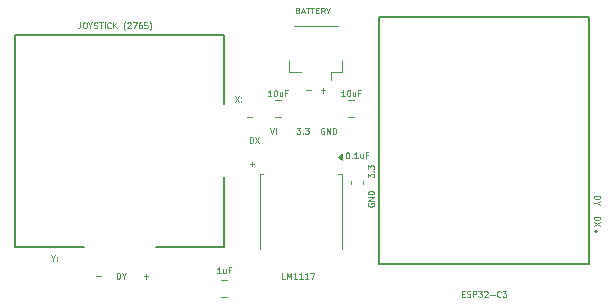
<source format=gto>
%TF.GenerationSoftware,KiCad,Pcbnew,8.0.2-1*%
%TF.CreationDate,2024-05-20T16:42:59-04:00*%
%TF.ProjectId,humep1,68756d65-7031-42e6-9b69-6361645f7063,rev?*%
%TF.SameCoordinates,Original*%
%TF.FileFunction,Legend,Top*%
%TF.FilePolarity,Positive*%
%FSLAX46Y46*%
G04 Gerber Fmt 4.6, Leading zero omitted, Abs format (unit mm)*
G04 Created by KiCad (PCBNEW 8.0.2-1) date 2024-05-20 16:42:59*
%MOMM*%
%LPD*%
G01*
G04 APERTURE LIST*
%ADD10C,0.100000*%
%ADD11C,0.120000*%
%ADD12C,0.127000*%
%ADD13C,0.200000*%
G04 APERTURE END LIST*
D10*
X86816390Y-68684836D02*
X87316390Y-68684836D01*
X87316390Y-68684836D02*
X87316390Y-68803884D01*
X87316390Y-68803884D02*
X87292580Y-68875312D01*
X87292580Y-68875312D02*
X87244961Y-68922931D01*
X87244961Y-68922931D02*
X87197342Y-68946741D01*
X87197342Y-68946741D02*
X87102104Y-68970550D01*
X87102104Y-68970550D02*
X87030676Y-68970550D01*
X87030676Y-68970550D02*
X86935438Y-68946741D01*
X86935438Y-68946741D02*
X86887819Y-68922931D01*
X86887819Y-68922931D02*
X86840200Y-68875312D01*
X86840200Y-68875312D02*
X86816390Y-68803884D01*
X86816390Y-68803884D02*
X86816390Y-68684836D01*
X87054485Y-69280074D02*
X86816390Y-69280074D01*
X87316390Y-69113408D02*
X87054485Y-69280074D01*
X87054485Y-69280074D02*
X87316390Y-69446741D01*
X86816390Y-70434836D02*
X87316390Y-70434836D01*
X87316390Y-70434836D02*
X87316390Y-70553884D01*
X87316390Y-70553884D02*
X87292580Y-70625312D01*
X87292580Y-70625312D02*
X87244961Y-70672931D01*
X87244961Y-70672931D02*
X87197342Y-70696741D01*
X87197342Y-70696741D02*
X87102104Y-70720550D01*
X87102104Y-70720550D02*
X87030676Y-70720550D01*
X87030676Y-70720550D02*
X86935438Y-70696741D01*
X86935438Y-70696741D02*
X86887819Y-70672931D01*
X86887819Y-70672931D02*
X86840200Y-70625312D01*
X86840200Y-70625312D02*
X86816390Y-70553884D01*
X86816390Y-70553884D02*
X86816390Y-70434836D01*
X87316390Y-70887217D02*
X86816390Y-71220550D01*
X87316390Y-71220550D02*
X86816390Y-70887217D01*
X67707419Y-69303258D02*
X67683609Y-69350877D01*
X67683609Y-69350877D02*
X67683609Y-69422306D01*
X67683609Y-69422306D02*
X67707419Y-69493734D01*
X67707419Y-69493734D02*
X67755038Y-69541353D01*
X67755038Y-69541353D02*
X67802657Y-69565163D01*
X67802657Y-69565163D02*
X67897895Y-69588972D01*
X67897895Y-69588972D02*
X67969323Y-69588972D01*
X67969323Y-69588972D02*
X68064561Y-69565163D01*
X68064561Y-69565163D02*
X68112180Y-69541353D01*
X68112180Y-69541353D02*
X68159800Y-69493734D01*
X68159800Y-69493734D02*
X68183609Y-69422306D01*
X68183609Y-69422306D02*
X68183609Y-69374687D01*
X68183609Y-69374687D02*
X68159800Y-69303258D01*
X68159800Y-69303258D02*
X68135990Y-69279449D01*
X68135990Y-69279449D02*
X67969323Y-69279449D01*
X67969323Y-69279449D02*
X67969323Y-69374687D01*
X68183609Y-69065163D02*
X67683609Y-69065163D01*
X67683609Y-69065163D02*
X68183609Y-68779449D01*
X68183609Y-68779449D02*
X67683609Y-68779449D01*
X68183609Y-68541353D02*
X67683609Y-68541353D01*
X67683609Y-68541353D02*
X67683609Y-68422305D01*
X67683609Y-68422305D02*
X67707419Y-68350877D01*
X67707419Y-68350877D02*
X67755038Y-68303258D01*
X67755038Y-68303258D02*
X67802657Y-68279448D01*
X67802657Y-68279448D02*
X67897895Y-68255639D01*
X67897895Y-68255639D02*
X67969323Y-68255639D01*
X67969323Y-68255639D02*
X68064561Y-68279448D01*
X68064561Y-68279448D02*
X68112180Y-68303258D01*
X68112180Y-68303258D02*
X68159800Y-68350877D01*
X68159800Y-68350877D02*
X68183609Y-68422305D01*
X68183609Y-68422305D02*
X68183609Y-68541353D01*
X67683609Y-67112782D02*
X67683609Y-66803258D01*
X67683609Y-66803258D02*
X67874085Y-66969925D01*
X67874085Y-66969925D02*
X67874085Y-66898496D01*
X67874085Y-66898496D02*
X67897895Y-66850877D01*
X67897895Y-66850877D02*
X67921704Y-66827068D01*
X67921704Y-66827068D02*
X67969323Y-66803258D01*
X67969323Y-66803258D02*
X68088371Y-66803258D01*
X68088371Y-66803258D02*
X68135990Y-66827068D01*
X68135990Y-66827068D02*
X68159800Y-66850877D01*
X68159800Y-66850877D02*
X68183609Y-66898496D01*
X68183609Y-66898496D02*
X68183609Y-67041353D01*
X68183609Y-67041353D02*
X68159800Y-67088972D01*
X68159800Y-67088972D02*
X68135990Y-67112782D01*
X68135990Y-66588973D02*
X68159800Y-66565163D01*
X68159800Y-66565163D02*
X68183609Y-66588973D01*
X68183609Y-66588973D02*
X68159800Y-66612782D01*
X68159800Y-66612782D02*
X68135990Y-66588973D01*
X68135990Y-66588973D02*
X68183609Y-66588973D01*
X67683609Y-66398497D02*
X67683609Y-66088973D01*
X67683609Y-66088973D02*
X67874085Y-66255640D01*
X67874085Y-66255640D02*
X67874085Y-66184211D01*
X67874085Y-66184211D02*
X67897895Y-66136592D01*
X67897895Y-66136592D02*
X67921704Y-66112783D01*
X67921704Y-66112783D02*
X67969323Y-66088973D01*
X67969323Y-66088973D02*
X68088371Y-66088973D01*
X68088371Y-66088973D02*
X68135990Y-66112783D01*
X68135990Y-66112783D02*
X68159800Y-66136592D01*
X68159800Y-66136592D02*
X68183609Y-66184211D01*
X68183609Y-66184211D02*
X68183609Y-66327068D01*
X68183609Y-66327068D02*
X68159800Y-66374687D01*
X68159800Y-66374687D02*
X68135990Y-66398497D01*
X63684836Y-59743133D02*
X64065789Y-59743133D01*
X63875312Y-59933609D02*
X63875312Y-59552657D01*
X62434836Y-59743133D02*
X62815789Y-59743133D01*
X46434836Y-75683609D02*
X46434836Y-75183609D01*
X46434836Y-75183609D02*
X46553884Y-75183609D01*
X46553884Y-75183609D02*
X46625312Y-75207419D01*
X46625312Y-75207419D02*
X46672931Y-75255038D01*
X46672931Y-75255038D02*
X46696741Y-75302657D01*
X46696741Y-75302657D02*
X46720550Y-75397895D01*
X46720550Y-75397895D02*
X46720550Y-75469323D01*
X46720550Y-75469323D02*
X46696741Y-75564561D01*
X46696741Y-75564561D02*
X46672931Y-75612180D01*
X46672931Y-75612180D02*
X46625312Y-75659800D01*
X46625312Y-75659800D02*
X46553884Y-75683609D01*
X46553884Y-75683609D02*
X46434836Y-75683609D01*
X47030074Y-75445514D02*
X47030074Y-75683609D01*
X46863408Y-75183609D02*
X47030074Y-75445514D01*
X47030074Y-75445514D02*
X47196741Y-75183609D01*
X57684836Y-64183609D02*
X57684836Y-63683609D01*
X57684836Y-63683609D02*
X57803884Y-63683609D01*
X57803884Y-63683609D02*
X57875312Y-63707419D01*
X57875312Y-63707419D02*
X57922931Y-63755038D01*
X57922931Y-63755038D02*
X57946741Y-63802657D01*
X57946741Y-63802657D02*
X57970550Y-63897895D01*
X57970550Y-63897895D02*
X57970550Y-63969323D01*
X57970550Y-63969323D02*
X57946741Y-64064561D01*
X57946741Y-64064561D02*
X57922931Y-64112180D01*
X57922931Y-64112180D02*
X57875312Y-64159800D01*
X57875312Y-64159800D02*
X57803884Y-64183609D01*
X57803884Y-64183609D02*
X57684836Y-64183609D01*
X58137217Y-63683609D02*
X58470550Y-64183609D01*
X58470550Y-63683609D02*
X58137217Y-64183609D01*
X63946741Y-62957419D02*
X63899122Y-62933609D01*
X63899122Y-62933609D02*
X63827693Y-62933609D01*
X63827693Y-62933609D02*
X63756265Y-62957419D01*
X63756265Y-62957419D02*
X63708646Y-63005038D01*
X63708646Y-63005038D02*
X63684836Y-63052657D01*
X63684836Y-63052657D02*
X63661027Y-63147895D01*
X63661027Y-63147895D02*
X63661027Y-63219323D01*
X63661027Y-63219323D02*
X63684836Y-63314561D01*
X63684836Y-63314561D02*
X63708646Y-63362180D01*
X63708646Y-63362180D02*
X63756265Y-63409800D01*
X63756265Y-63409800D02*
X63827693Y-63433609D01*
X63827693Y-63433609D02*
X63875312Y-63433609D01*
X63875312Y-63433609D02*
X63946741Y-63409800D01*
X63946741Y-63409800D02*
X63970550Y-63385990D01*
X63970550Y-63385990D02*
X63970550Y-63219323D01*
X63970550Y-63219323D02*
X63875312Y-63219323D01*
X64184836Y-63433609D02*
X64184836Y-62933609D01*
X64184836Y-62933609D02*
X64470550Y-63433609D01*
X64470550Y-63433609D02*
X64470550Y-62933609D01*
X64708646Y-63433609D02*
X64708646Y-62933609D01*
X64708646Y-62933609D02*
X64827694Y-62933609D01*
X64827694Y-62933609D02*
X64899122Y-62957419D01*
X64899122Y-62957419D02*
X64946741Y-63005038D01*
X64946741Y-63005038D02*
X64970551Y-63052657D01*
X64970551Y-63052657D02*
X64994360Y-63147895D01*
X64994360Y-63147895D02*
X64994360Y-63219323D01*
X64994360Y-63219323D02*
X64970551Y-63314561D01*
X64970551Y-63314561D02*
X64946741Y-63362180D01*
X64946741Y-63362180D02*
X64899122Y-63409800D01*
X64899122Y-63409800D02*
X64827694Y-63433609D01*
X64827694Y-63433609D02*
X64708646Y-63433609D01*
X61637217Y-62933609D02*
X61946741Y-62933609D01*
X61946741Y-62933609D02*
X61780074Y-63124085D01*
X61780074Y-63124085D02*
X61851503Y-63124085D01*
X61851503Y-63124085D02*
X61899122Y-63147895D01*
X61899122Y-63147895D02*
X61922931Y-63171704D01*
X61922931Y-63171704D02*
X61946741Y-63219323D01*
X61946741Y-63219323D02*
X61946741Y-63338371D01*
X61946741Y-63338371D02*
X61922931Y-63385990D01*
X61922931Y-63385990D02*
X61899122Y-63409800D01*
X61899122Y-63409800D02*
X61851503Y-63433609D01*
X61851503Y-63433609D02*
X61708646Y-63433609D01*
X61708646Y-63433609D02*
X61661027Y-63409800D01*
X61661027Y-63409800D02*
X61637217Y-63385990D01*
X62161026Y-63385990D02*
X62184836Y-63409800D01*
X62184836Y-63409800D02*
X62161026Y-63433609D01*
X62161026Y-63433609D02*
X62137217Y-63409800D01*
X62137217Y-63409800D02*
X62161026Y-63385990D01*
X62161026Y-63385990D02*
X62161026Y-63433609D01*
X62351502Y-62933609D02*
X62661026Y-62933609D01*
X62661026Y-62933609D02*
X62494359Y-63124085D01*
X62494359Y-63124085D02*
X62565788Y-63124085D01*
X62565788Y-63124085D02*
X62613407Y-63147895D01*
X62613407Y-63147895D02*
X62637216Y-63171704D01*
X62637216Y-63171704D02*
X62661026Y-63219323D01*
X62661026Y-63219323D02*
X62661026Y-63338371D01*
X62661026Y-63338371D02*
X62637216Y-63385990D01*
X62637216Y-63385990D02*
X62613407Y-63409800D01*
X62613407Y-63409800D02*
X62565788Y-63433609D01*
X62565788Y-63433609D02*
X62422931Y-63433609D01*
X62422931Y-63433609D02*
X62375312Y-63409800D01*
X62375312Y-63409800D02*
X62351502Y-63385990D01*
X59363408Y-62933609D02*
X59530074Y-63433609D01*
X59530074Y-63433609D02*
X59696741Y-62933609D01*
X59863407Y-63433609D02*
X59863407Y-62933609D01*
X60672931Y-75683609D02*
X60434836Y-75683609D01*
X60434836Y-75683609D02*
X60434836Y-75183609D01*
X60839598Y-75683609D02*
X60839598Y-75183609D01*
X60839598Y-75183609D02*
X61006265Y-75540752D01*
X61006265Y-75540752D02*
X61172931Y-75183609D01*
X61172931Y-75183609D02*
X61172931Y-75683609D01*
X61672932Y-75683609D02*
X61387218Y-75683609D01*
X61530075Y-75683609D02*
X61530075Y-75183609D01*
X61530075Y-75183609D02*
X61482456Y-75255038D01*
X61482456Y-75255038D02*
X61434837Y-75302657D01*
X61434837Y-75302657D02*
X61387218Y-75326466D01*
X62149122Y-75683609D02*
X61863408Y-75683609D01*
X62006265Y-75683609D02*
X62006265Y-75183609D01*
X62006265Y-75183609D02*
X61958646Y-75255038D01*
X61958646Y-75255038D02*
X61911027Y-75302657D01*
X61911027Y-75302657D02*
X61863408Y-75326466D01*
X62625312Y-75683609D02*
X62339598Y-75683609D01*
X62482455Y-75683609D02*
X62482455Y-75183609D01*
X62482455Y-75183609D02*
X62434836Y-75255038D01*
X62434836Y-75255038D02*
X62387217Y-75302657D01*
X62387217Y-75302657D02*
X62339598Y-75326466D01*
X62791978Y-75183609D02*
X63125311Y-75183609D01*
X63125311Y-75183609D02*
X62911026Y-75683609D01*
X57434836Y-61993133D02*
X57815789Y-61993133D01*
X57684836Y-65993133D02*
X58065789Y-65993133D01*
X57875312Y-66183609D02*
X57875312Y-65802657D01*
X56387217Y-60183609D02*
X56720550Y-60683609D01*
X56720550Y-60183609D02*
X56387217Y-60683609D01*
X56911026Y-60635990D02*
X56934836Y-60659800D01*
X56934836Y-60659800D02*
X56911026Y-60683609D01*
X56911026Y-60683609D02*
X56887217Y-60659800D01*
X56887217Y-60659800D02*
X56911026Y-60635990D01*
X56911026Y-60635990D02*
X56911026Y-60683609D01*
X56911026Y-60374085D02*
X56934836Y-60397895D01*
X56934836Y-60397895D02*
X56911026Y-60421704D01*
X56911026Y-60421704D02*
X56887217Y-60397895D01*
X56887217Y-60397895D02*
X56911026Y-60374085D01*
X56911026Y-60374085D02*
X56911026Y-60421704D01*
X48684836Y-75493133D02*
X49065789Y-75493133D01*
X48875312Y-75683609D02*
X48875312Y-75302657D01*
X44684836Y-75493133D02*
X45065789Y-75493133D01*
X41030074Y-73945514D02*
X41030074Y-74183609D01*
X40863408Y-73683609D02*
X41030074Y-73945514D01*
X41030074Y-73945514D02*
X41196741Y-73683609D01*
X41363407Y-74135990D02*
X41387217Y-74159800D01*
X41387217Y-74159800D02*
X41363407Y-74183609D01*
X41363407Y-74183609D02*
X41339598Y-74159800D01*
X41339598Y-74159800D02*
X41363407Y-74135990D01*
X41363407Y-74135990D02*
X41363407Y-74183609D01*
X41363407Y-73874085D02*
X41387217Y-73897895D01*
X41387217Y-73897895D02*
X41363407Y-73921704D01*
X41363407Y-73921704D02*
X41339598Y-73897895D01*
X41339598Y-73897895D02*
X41363407Y-73874085D01*
X41363407Y-73874085D02*
X41363407Y-73921704D01*
X55202381Y-75226109D02*
X54916667Y-75226109D01*
X55059524Y-75226109D02*
X55059524Y-74726109D01*
X55059524Y-74726109D02*
X55011905Y-74797538D01*
X55011905Y-74797538D02*
X54964286Y-74845157D01*
X54964286Y-74845157D02*
X54916667Y-74868966D01*
X55630952Y-74892776D02*
X55630952Y-75226109D01*
X55416666Y-74892776D02*
X55416666Y-75154680D01*
X55416666Y-75154680D02*
X55440476Y-75202300D01*
X55440476Y-75202300D02*
X55488095Y-75226109D01*
X55488095Y-75226109D02*
X55559523Y-75226109D01*
X55559523Y-75226109D02*
X55607142Y-75202300D01*
X55607142Y-75202300D02*
X55630952Y-75178490D01*
X56035714Y-74964204D02*
X55869047Y-74964204D01*
X55869047Y-75226109D02*
X55869047Y-74726109D01*
X55869047Y-74726109D02*
X56107142Y-74726109D01*
X61750001Y-52964204D02*
X61821429Y-52988014D01*
X61821429Y-52988014D02*
X61845239Y-53011823D01*
X61845239Y-53011823D02*
X61869048Y-53059442D01*
X61869048Y-53059442D02*
X61869048Y-53130871D01*
X61869048Y-53130871D02*
X61845239Y-53178490D01*
X61845239Y-53178490D02*
X61821429Y-53202300D01*
X61821429Y-53202300D02*
X61773810Y-53226109D01*
X61773810Y-53226109D02*
X61583334Y-53226109D01*
X61583334Y-53226109D02*
X61583334Y-52726109D01*
X61583334Y-52726109D02*
X61750001Y-52726109D01*
X61750001Y-52726109D02*
X61797620Y-52749919D01*
X61797620Y-52749919D02*
X61821429Y-52773728D01*
X61821429Y-52773728D02*
X61845239Y-52821347D01*
X61845239Y-52821347D02*
X61845239Y-52868966D01*
X61845239Y-52868966D02*
X61821429Y-52916585D01*
X61821429Y-52916585D02*
X61797620Y-52940395D01*
X61797620Y-52940395D02*
X61750001Y-52964204D01*
X61750001Y-52964204D02*
X61583334Y-52964204D01*
X62059525Y-53083252D02*
X62297620Y-53083252D01*
X62011906Y-53226109D02*
X62178572Y-52726109D01*
X62178572Y-52726109D02*
X62345239Y-53226109D01*
X62440477Y-52726109D02*
X62726191Y-52726109D01*
X62583334Y-53226109D02*
X62583334Y-52726109D01*
X62821429Y-52726109D02*
X63107143Y-52726109D01*
X62964286Y-53226109D02*
X62964286Y-52726109D01*
X63273809Y-52964204D02*
X63440476Y-52964204D01*
X63511904Y-53226109D02*
X63273809Y-53226109D01*
X63273809Y-53226109D02*
X63273809Y-52726109D01*
X63273809Y-52726109D02*
X63511904Y-52726109D01*
X64011904Y-53226109D02*
X63845238Y-52988014D01*
X63726190Y-53226109D02*
X63726190Y-52726109D01*
X63726190Y-52726109D02*
X63916666Y-52726109D01*
X63916666Y-52726109D02*
X63964285Y-52749919D01*
X63964285Y-52749919D02*
X63988095Y-52773728D01*
X63988095Y-52773728D02*
X64011904Y-52821347D01*
X64011904Y-52821347D02*
X64011904Y-52892776D01*
X64011904Y-52892776D02*
X63988095Y-52940395D01*
X63988095Y-52940395D02*
X63964285Y-52964204D01*
X63964285Y-52964204D02*
X63916666Y-52988014D01*
X63916666Y-52988014D02*
X63726190Y-52988014D01*
X64321428Y-52988014D02*
X64321428Y-53226109D01*
X64154762Y-52726109D02*
X64321428Y-52988014D01*
X64321428Y-52988014D02*
X64488095Y-52726109D01*
X59501786Y-60226109D02*
X59216072Y-60226109D01*
X59358929Y-60226109D02*
X59358929Y-59726109D01*
X59358929Y-59726109D02*
X59311310Y-59797538D01*
X59311310Y-59797538D02*
X59263691Y-59845157D01*
X59263691Y-59845157D02*
X59216072Y-59868966D01*
X59811309Y-59726109D02*
X59858928Y-59726109D01*
X59858928Y-59726109D02*
X59906547Y-59749919D01*
X59906547Y-59749919D02*
X59930357Y-59773728D01*
X59930357Y-59773728D02*
X59954166Y-59821347D01*
X59954166Y-59821347D02*
X59977976Y-59916585D01*
X59977976Y-59916585D02*
X59977976Y-60035633D01*
X59977976Y-60035633D02*
X59954166Y-60130871D01*
X59954166Y-60130871D02*
X59930357Y-60178490D01*
X59930357Y-60178490D02*
X59906547Y-60202300D01*
X59906547Y-60202300D02*
X59858928Y-60226109D01*
X59858928Y-60226109D02*
X59811309Y-60226109D01*
X59811309Y-60226109D02*
X59763690Y-60202300D01*
X59763690Y-60202300D02*
X59739881Y-60178490D01*
X59739881Y-60178490D02*
X59716071Y-60130871D01*
X59716071Y-60130871D02*
X59692262Y-60035633D01*
X59692262Y-60035633D02*
X59692262Y-59916585D01*
X59692262Y-59916585D02*
X59716071Y-59821347D01*
X59716071Y-59821347D02*
X59739881Y-59773728D01*
X59739881Y-59773728D02*
X59763690Y-59749919D01*
X59763690Y-59749919D02*
X59811309Y-59726109D01*
X60406547Y-59892776D02*
X60406547Y-60226109D01*
X60192261Y-59892776D02*
X60192261Y-60154680D01*
X60192261Y-60154680D02*
X60216071Y-60202300D01*
X60216071Y-60202300D02*
X60263690Y-60226109D01*
X60263690Y-60226109D02*
X60335118Y-60226109D01*
X60335118Y-60226109D02*
X60382737Y-60202300D01*
X60382737Y-60202300D02*
X60406547Y-60178490D01*
X60811309Y-59964204D02*
X60644642Y-59964204D01*
X60644642Y-60226109D02*
X60644642Y-59726109D01*
X60644642Y-59726109D02*
X60882737Y-59726109D01*
X65928572Y-64976109D02*
X65976191Y-64976109D01*
X65976191Y-64976109D02*
X66023810Y-64999919D01*
X66023810Y-64999919D02*
X66047620Y-65023728D01*
X66047620Y-65023728D02*
X66071429Y-65071347D01*
X66071429Y-65071347D02*
X66095239Y-65166585D01*
X66095239Y-65166585D02*
X66095239Y-65285633D01*
X66095239Y-65285633D02*
X66071429Y-65380871D01*
X66071429Y-65380871D02*
X66047620Y-65428490D01*
X66047620Y-65428490D02*
X66023810Y-65452300D01*
X66023810Y-65452300D02*
X65976191Y-65476109D01*
X65976191Y-65476109D02*
X65928572Y-65476109D01*
X65928572Y-65476109D02*
X65880953Y-65452300D01*
X65880953Y-65452300D02*
X65857144Y-65428490D01*
X65857144Y-65428490D02*
X65833334Y-65380871D01*
X65833334Y-65380871D02*
X65809525Y-65285633D01*
X65809525Y-65285633D02*
X65809525Y-65166585D01*
X65809525Y-65166585D02*
X65833334Y-65071347D01*
X65833334Y-65071347D02*
X65857144Y-65023728D01*
X65857144Y-65023728D02*
X65880953Y-64999919D01*
X65880953Y-64999919D02*
X65928572Y-64976109D01*
X66309524Y-65428490D02*
X66333334Y-65452300D01*
X66333334Y-65452300D02*
X66309524Y-65476109D01*
X66309524Y-65476109D02*
X66285715Y-65452300D01*
X66285715Y-65452300D02*
X66309524Y-65428490D01*
X66309524Y-65428490D02*
X66309524Y-65476109D01*
X66809524Y-65476109D02*
X66523810Y-65476109D01*
X66666667Y-65476109D02*
X66666667Y-64976109D01*
X66666667Y-64976109D02*
X66619048Y-65047538D01*
X66619048Y-65047538D02*
X66571429Y-65095157D01*
X66571429Y-65095157D02*
X66523810Y-65118966D01*
X67238095Y-65142776D02*
X67238095Y-65476109D01*
X67023809Y-65142776D02*
X67023809Y-65404680D01*
X67023809Y-65404680D02*
X67047619Y-65452300D01*
X67047619Y-65452300D02*
X67095238Y-65476109D01*
X67095238Y-65476109D02*
X67166666Y-65476109D01*
X67166666Y-65476109D02*
X67214285Y-65452300D01*
X67214285Y-65452300D02*
X67238095Y-65428490D01*
X67642857Y-65214204D02*
X67476190Y-65214204D01*
X67476190Y-65476109D02*
X67476190Y-64976109D01*
X67476190Y-64976109D02*
X67714285Y-64976109D01*
X75630953Y-76964204D02*
X75797620Y-76964204D01*
X75869048Y-77226109D02*
X75630953Y-77226109D01*
X75630953Y-77226109D02*
X75630953Y-76726109D01*
X75630953Y-76726109D02*
X75869048Y-76726109D01*
X76059525Y-77202300D02*
X76130953Y-77226109D01*
X76130953Y-77226109D02*
X76250001Y-77226109D01*
X76250001Y-77226109D02*
X76297620Y-77202300D01*
X76297620Y-77202300D02*
X76321429Y-77178490D01*
X76321429Y-77178490D02*
X76345239Y-77130871D01*
X76345239Y-77130871D02*
X76345239Y-77083252D01*
X76345239Y-77083252D02*
X76321429Y-77035633D01*
X76321429Y-77035633D02*
X76297620Y-77011823D01*
X76297620Y-77011823D02*
X76250001Y-76988014D01*
X76250001Y-76988014D02*
X76154763Y-76964204D01*
X76154763Y-76964204D02*
X76107144Y-76940395D01*
X76107144Y-76940395D02*
X76083334Y-76916585D01*
X76083334Y-76916585D02*
X76059525Y-76868966D01*
X76059525Y-76868966D02*
X76059525Y-76821347D01*
X76059525Y-76821347D02*
X76083334Y-76773728D01*
X76083334Y-76773728D02*
X76107144Y-76749919D01*
X76107144Y-76749919D02*
X76154763Y-76726109D01*
X76154763Y-76726109D02*
X76273810Y-76726109D01*
X76273810Y-76726109D02*
X76345239Y-76749919D01*
X76559524Y-77226109D02*
X76559524Y-76726109D01*
X76559524Y-76726109D02*
X76750000Y-76726109D01*
X76750000Y-76726109D02*
X76797619Y-76749919D01*
X76797619Y-76749919D02*
X76821429Y-76773728D01*
X76821429Y-76773728D02*
X76845238Y-76821347D01*
X76845238Y-76821347D02*
X76845238Y-76892776D01*
X76845238Y-76892776D02*
X76821429Y-76940395D01*
X76821429Y-76940395D02*
X76797619Y-76964204D01*
X76797619Y-76964204D02*
X76750000Y-76988014D01*
X76750000Y-76988014D02*
X76559524Y-76988014D01*
X77011905Y-76726109D02*
X77321429Y-76726109D01*
X77321429Y-76726109D02*
X77154762Y-76916585D01*
X77154762Y-76916585D02*
X77226191Y-76916585D01*
X77226191Y-76916585D02*
X77273810Y-76940395D01*
X77273810Y-76940395D02*
X77297619Y-76964204D01*
X77297619Y-76964204D02*
X77321429Y-77011823D01*
X77321429Y-77011823D02*
X77321429Y-77130871D01*
X77321429Y-77130871D02*
X77297619Y-77178490D01*
X77297619Y-77178490D02*
X77273810Y-77202300D01*
X77273810Y-77202300D02*
X77226191Y-77226109D01*
X77226191Y-77226109D02*
X77083334Y-77226109D01*
X77083334Y-77226109D02*
X77035715Y-77202300D01*
X77035715Y-77202300D02*
X77011905Y-77178490D01*
X77511905Y-76773728D02*
X77535714Y-76749919D01*
X77535714Y-76749919D02*
X77583333Y-76726109D01*
X77583333Y-76726109D02*
X77702381Y-76726109D01*
X77702381Y-76726109D02*
X77750000Y-76749919D01*
X77750000Y-76749919D02*
X77773809Y-76773728D01*
X77773809Y-76773728D02*
X77797619Y-76821347D01*
X77797619Y-76821347D02*
X77797619Y-76868966D01*
X77797619Y-76868966D02*
X77773809Y-76940395D01*
X77773809Y-76940395D02*
X77488095Y-77226109D01*
X77488095Y-77226109D02*
X77797619Y-77226109D01*
X78011904Y-77035633D02*
X78392857Y-77035633D01*
X78916666Y-77178490D02*
X78892857Y-77202300D01*
X78892857Y-77202300D02*
X78821428Y-77226109D01*
X78821428Y-77226109D02*
X78773809Y-77226109D01*
X78773809Y-77226109D02*
X78702381Y-77202300D01*
X78702381Y-77202300D02*
X78654762Y-77154680D01*
X78654762Y-77154680D02*
X78630952Y-77107061D01*
X78630952Y-77107061D02*
X78607143Y-77011823D01*
X78607143Y-77011823D02*
X78607143Y-76940395D01*
X78607143Y-76940395D02*
X78630952Y-76845157D01*
X78630952Y-76845157D02*
X78654762Y-76797538D01*
X78654762Y-76797538D02*
X78702381Y-76749919D01*
X78702381Y-76749919D02*
X78773809Y-76726109D01*
X78773809Y-76726109D02*
X78821428Y-76726109D01*
X78821428Y-76726109D02*
X78892857Y-76749919D01*
X78892857Y-76749919D02*
X78916666Y-76773728D01*
X79083333Y-76726109D02*
X79392857Y-76726109D01*
X79392857Y-76726109D02*
X79226190Y-76916585D01*
X79226190Y-76916585D02*
X79297619Y-76916585D01*
X79297619Y-76916585D02*
X79345238Y-76940395D01*
X79345238Y-76940395D02*
X79369047Y-76964204D01*
X79369047Y-76964204D02*
X79392857Y-77011823D01*
X79392857Y-77011823D02*
X79392857Y-77130871D01*
X79392857Y-77130871D02*
X79369047Y-77178490D01*
X79369047Y-77178490D02*
X79345238Y-77202300D01*
X79345238Y-77202300D02*
X79297619Y-77226109D01*
X79297619Y-77226109D02*
X79154762Y-77226109D01*
X79154762Y-77226109D02*
X79107143Y-77202300D01*
X79107143Y-77202300D02*
X79083333Y-77178490D01*
X43321430Y-53976109D02*
X43321430Y-54333252D01*
X43321430Y-54333252D02*
X43297621Y-54404680D01*
X43297621Y-54404680D02*
X43250002Y-54452300D01*
X43250002Y-54452300D02*
X43178573Y-54476109D01*
X43178573Y-54476109D02*
X43130954Y-54476109D01*
X43654763Y-53976109D02*
X43750001Y-53976109D01*
X43750001Y-53976109D02*
X43797620Y-53999919D01*
X43797620Y-53999919D02*
X43845239Y-54047538D01*
X43845239Y-54047538D02*
X43869049Y-54142776D01*
X43869049Y-54142776D02*
X43869049Y-54309442D01*
X43869049Y-54309442D02*
X43845239Y-54404680D01*
X43845239Y-54404680D02*
X43797620Y-54452300D01*
X43797620Y-54452300D02*
X43750001Y-54476109D01*
X43750001Y-54476109D02*
X43654763Y-54476109D01*
X43654763Y-54476109D02*
X43607144Y-54452300D01*
X43607144Y-54452300D02*
X43559525Y-54404680D01*
X43559525Y-54404680D02*
X43535716Y-54309442D01*
X43535716Y-54309442D02*
X43535716Y-54142776D01*
X43535716Y-54142776D02*
X43559525Y-54047538D01*
X43559525Y-54047538D02*
X43607144Y-53999919D01*
X43607144Y-53999919D02*
X43654763Y-53976109D01*
X44178573Y-54238014D02*
X44178573Y-54476109D01*
X44011907Y-53976109D02*
X44178573Y-54238014D01*
X44178573Y-54238014D02*
X44345240Y-53976109D01*
X44488097Y-54452300D02*
X44559525Y-54476109D01*
X44559525Y-54476109D02*
X44678573Y-54476109D01*
X44678573Y-54476109D02*
X44726192Y-54452300D01*
X44726192Y-54452300D02*
X44750001Y-54428490D01*
X44750001Y-54428490D02*
X44773811Y-54380871D01*
X44773811Y-54380871D02*
X44773811Y-54333252D01*
X44773811Y-54333252D02*
X44750001Y-54285633D01*
X44750001Y-54285633D02*
X44726192Y-54261823D01*
X44726192Y-54261823D02*
X44678573Y-54238014D01*
X44678573Y-54238014D02*
X44583335Y-54214204D01*
X44583335Y-54214204D02*
X44535716Y-54190395D01*
X44535716Y-54190395D02*
X44511906Y-54166585D01*
X44511906Y-54166585D02*
X44488097Y-54118966D01*
X44488097Y-54118966D02*
X44488097Y-54071347D01*
X44488097Y-54071347D02*
X44511906Y-54023728D01*
X44511906Y-54023728D02*
X44535716Y-53999919D01*
X44535716Y-53999919D02*
X44583335Y-53976109D01*
X44583335Y-53976109D02*
X44702382Y-53976109D01*
X44702382Y-53976109D02*
X44773811Y-53999919D01*
X44916668Y-53976109D02*
X45202382Y-53976109D01*
X45059525Y-54476109D02*
X45059525Y-53976109D01*
X45369048Y-54476109D02*
X45369048Y-53976109D01*
X45892857Y-54428490D02*
X45869048Y-54452300D01*
X45869048Y-54452300D02*
X45797619Y-54476109D01*
X45797619Y-54476109D02*
X45750000Y-54476109D01*
X45750000Y-54476109D02*
X45678572Y-54452300D01*
X45678572Y-54452300D02*
X45630953Y-54404680D01*
X45630953Y-54404680D02*
X45607143Y-54357061D01*
X45607143Y-54357061D02*
X45583334Y-54261823D01*
X45583334Y-54261823D02*
X45583334Y-54190395D01*
X45583334Y-54190395D02*
X45607143Y-54095157D01*
X45607143Y-54095157D02*
X45630953Y-54047538D01*
X45630953Y-54047538D02*
X45678572Y-53999919D01*
X45678572Y-53999919D02*
X45750000Y-53976109D01*
X45750000Y-53976109D02*
X45797619Y-53976109D01*
X45797619Y-53976109D02*
X45869048Y-53999919D01*
X45869048Y-53999919D02*
X45892857Y-54023728D01*
X46107143Y-54476109D02*
X46107143Y-53976109D01*
X46392857Y-54476109D02*
X46178572Y-54190395D01*
X46392857Y-53976109D02*
X46107143Y-54261823D01*
X47130952Y-54666585D02*
X47107143Y-54642776D01*
X47107143Y-54642776D02*
X47059524Y-54571347D01*
X47059524Y-54571347D02*
X47035714Y-54523728D01*
X47035714Y-54523728D02*
X47011905Y-54452300D01*
X47011905Y-54452300D02*
X46988095Y-54333252D01*
X46988095Y-54333252D02*
X46988095Y-54238014D01*
X46988095Y-54238014D02*
X47011905Y-54118966D01*
X47011905Y-54118966D02*
X47035714Y-54047538D01*
X47035714Y-54047538D02*
X47059524Y-53999919D01*
X47059524Y-53999919D02*
X47107143Y-53928490D01*
X47107143Y-53928490D02*
X47130952Y-53904680D01*
X47297619Y-54023728D02*
X47321428Y-53999919D01*
X47321428Y-53999919D02*
X47369047Y-53976109D01*
X47369047Y-53976109D02*
X47488095Y-53976109D01*
X47488095Y-53976109D02*
X47535714Y-53999919D01*
X47535714Y-53999919D02*
X47559523Y-54023728D01*
X47559523Y-54023728D02*
X47583333Y-54071347D01*
X47583333Y-54071347D02*
X47583333Y-54118966D01*
X47583333Y-54118966D02*
X47559523Y-54190395D01*
X47559523Y-54190395D02*
X47273809Y-54476109D01*
X47273809Y-54476109D02*
X47583333Y-54476109D01*
X47749999Y-53976109D02*
X48083332Y-53976109D01*
X48083332Y-53976109D02*
X47869047Y-54476109D01*
X48488094Y-53976109D02*
X48392856Y-53976109D01*
X48392856Y-53976109D02*
X48345237Y-53999919D01*
X48345237Y-53999919D02*
X48321427Y-54023728D01*
X48321427Y-54023728D02*
X48273808Y-54095157D01*
X48273808Y-54095157D02*
X48249999Y-54190395D01*
X48249999Y-54190395D02*
X48249999Y-54380871D01*
X48249999Y-54380871D02*
X48273808Y-54428490D01*
X48273808Y-54428490D02*
X48297618Y-54452300D01*
X48297618Y-54452300D02*
X48345237Y-54476109D01*
X48345237Y-54476109D02*
X48440475Y-54476109D01*
X48440475Y-54476109D02*
X48488094Y-54452300D01*
X48488094Y-54452300D02*
X48511903Y-54428490D01*
X48511903Y-54428490D02*
X48535713Y-54380871D01*
X48535713Y-54380871D02*
X48535713Y-54261823D01*
X48535713Y-54261823D02*
X48511903Y-54214204D01*
X48511903Y-54214204D02*
X48488094Y-54190395D01*
X48488094Y-54190395D02*
X48440475Y-54166585D01*
X48440475Y-54166585D02*
X48345237Y-54166585D01*
X48345237Y-54166585D02*
X48297618Y-54190395D01*
X48297618Y-54190395D02*
X48273808Y-54214204D01*
X48273808Y-54214204D02*
X48249999Y-54261823D01*
X48988093Y-53976109D02*
X48749998Y-53976109D01*
X48749998Y-53976109D02*
X48726189Y-54214204D01*
X48726189Y-54214204D02*
X48749998Y-54190395D01*
X48749998Y-54190395D02*
X48797617Y-54166585D01*
X48797617Y-54166585D02*
X48916665Y-54166585D01*
X48916665Y-54166585D02*
X48964284Y-54190395D01*
X48964284Y-54190395D02*
X48988093Y-54214204D01*
X48988093Y-54214204D02*
X49011903Y-54261823D01*
X49011903Y-54261823D02*
X49011903Y-54380871D01*
X49011903Y-54380871D02*
X48988093Y-54428490D01*
X48988093Y-54428490D02*
X48964284Y-54452300D01*
X48964284Y-54452300D02*
X48916665Y-54476109D01*
X48916665Y-54476109D02*
X48797617Y-54476109D01*
X48797617Y-54476109D02*
X48749998Y-54452300D01*
X48749998Y-54452300D02*
X48726189Y-54428490D01*
X49178569Y-54666585D02*
X49202379Y-54642776D01*
X49202379Y-54642776D02*
X49249998Y-54571347D01*
X49249998Y-54571347D02*
X49273807Y-54523728D01*
X49273807Y-54523728D02*
X49297617Y-54452300D01*
X49297617Y-54452300D02*
X49321426Y-54333252D01*
X49321426Y-54333252D02*
X49321426Y-54238014D01*
X49321426Y-54238014D02*
X49297617Y-54118966D01*
X49297617Y-54118966D02*
X49273807Y-54047538D01*
X49273807Y-54047538D02*
X49249998Y-53999919D01*
X49249998Y-53999919D02*
X49202379Y-53928490D01*
X49202379Y-53928490D02*
X49178569Y-53904680D01*
X65714286Y-60226109D02*
X65428572Y-60226109D01*
X65571429Y-60226109D02*
X65571429Y-59726109D01*
X65571429Y-59726109D02*
X65523810Y-59797538D01*
X65523810Y-59797538D02*
X65476191Y-59845157D01*
X65476191Y-59845157D02*
X65428572Y-59868966D01*
X66023809Y-59726109D02*
X66071428Y-59726109D01*
X66071428Y-59726109D02*
X66119047Y-59749919D01*
X66119047Y-59749919D02*
X66142857Y-59773728D01*
X66142857Y-59773728D02*
X66166666Y-59821347D01*
X66166666Y-59821347D02*
X66190476Y-59916585D01*
X66190476Y-59916585D02*
X66190476Y-60035633D01*
X66190476Y-60035633D02*
X66166666Y-60130871D01*
X66166666Y-60130871D02*
X66142857Y-60178490D01*
X66142857Y-60178490D02*
X66119047Y-60202300D01*
X66119047Y-60202300D02*
X66071428Y-60226109D01*
X66071428Y-60226109D02*
X66023809Y-60226109D01*
X66023809Y-60226109D02*
X65976190Y-60202300D01*
X65976190Y-60202300D02*
X65952381Y-60178490D01*
X65952381Y-60178490D02*
X65928571Y-60130871D01*
X65928571Y-60130871D02*
X65904762Y-60035633D01*
X65904762Y-60035633D02*
X65904762Y-59916585D01*
X65904762Y-59916585D02*
X65928571Y-59821347D01*
X65928571Y-59821347D02*
X65952381Y-59773728D01*
X65952381Y-59773728D02*
X65976190Y-59749919D01*
X65976190Y-59749919D02*
X66023809Y-59726109D01*
X66619047Y-59892776D02*
X66619047Y-60226109D01*
X66404761Y-59892776D02*
X66404761Y-60154680D01*
X66404761Y-60154680D02*
X66428571Y-60202300D01*
X66428571Y-60202300D02*
X66476190Y-60226109D01*
X66476190Y-60226109D02*
X66547618Y-60226109D01*
X66547618Y-60226109D02*
X66595237Y-60202300D01*
X66595237Y-60202300D02*
X66619047Y-60178490D01*
X67023809Y-59964204D02*
X66857142Y-59964204D01*
X66857142Y-60226109D02*
X66857142Y-59726109D01*
X66857142Y-59726109D02*
X67095237Y-59726109D01*
D11*
%TO.C,1uF*%
X55761252Y-75765000D02*
X55238748Y-75765000D01*
X55761252Y-77235000D02*
X55238748Y-77235000D01*
%TO.C,BATTERY*%
X61015000Y-57260000D02*
X61015000Y-58210000D01*
X61015000Y-58210000D02*
X61965000Y-58210000D01*
X64535000Y-58210000D02*
X64535000Y-58900000D01*
X65115000Y-54290000D02*
X61385000Y-54290000D01*
X65485000Y-57260000D02*
X65485000Y-58210000D01*
X65485000Y-58210000D02*
X64535000Y-58210000D01*
%TO.C,10uF*%
X59776248Y-60565000D02*
X60298752Y-60565000D01*
X59776248Y-62035000D02*
X60298752Y-62035000D01*
%TO.C,0.1uF*%
X67260000Y-67403733D02*
X67260000Y-67696267D01*
X66240000Y-67403733D02*
X66240000Y-67696267D01*
D12*
%TO.C,ESP32-C3*%
X68592500Y-53517500D02*
X86372500Y-53517500D01*
X68592500Y-74472500D02*
X68592500Y-53517500D01*
X86372500Y-53517500D02*
X86372500Y-74472500D01*
X86372500Y-74472500D02*
X68592500Y-74472500D01*
D13*
X87082500Y-71678500D02*
G75*
G02*
X86882500Y-71678500I-100000J0D01*
G01*
X86882500Y-71678500D02*
G75*
G02*
X87082500Y-71678500I100000J0D01*
G01*
D12*
%TO.C,JOYSTICK (2765)*%
X37825000Y-55025000D02*
X55525000Y-55025000D01*
X37825000Y-72975000D02*
X37825000Y-55025000D01*
X43605000Y-72975000D02*
X37825000Y-72975000D01*
X55525000Y-55025000D02*
X55525000Y-60930000D01*
X55525000Y-72975000D02*
X49745000Y-72975000D01*
X55525000Y-72975000D02*
X55525000Y-67070000D01*
D11*
%TO.C,10uF*%
X66511252Y-60565000D02*
X65988748Y-60565000D01*
X66511252Y-62035000D02*
X65988748Y-62035000D01*
%TO.C,U1*%
X58550000Y-66780000D02*
X58820000Y-66780000D01*
X58550000Y-73200000D02*
X58550000Y-66780000D01*
X65450000Y-66780000D02*
X65180000Y-66780000D01*
X65450000Y-73200000D02*
X65450000Y-66780000D01*
X65490000Y-65605000D02*
X65160000Y-65365000D01*
X65490000Y-65125000D01*
X65490000Y-65605000D01*
G36*
X65490000Y-65605000D02*
G01*
X65160000Y-65365000D01*
X65490000Y-65125000D01*
X65490000Y-65605000D01*
G37*
%TD*%
M02*

</source>
